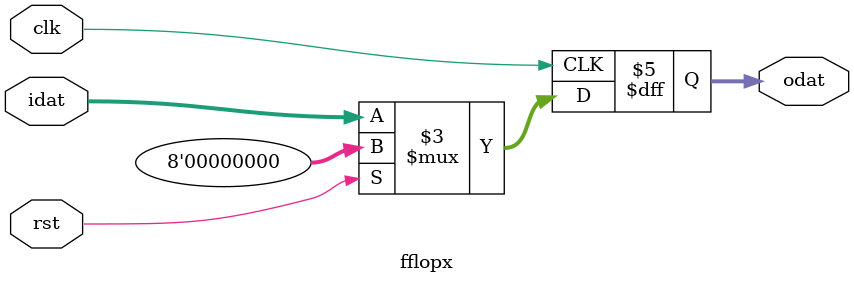
<source format=v>
module fflopx
    (
     clk,
     rst,
     idat,
     odat
     );

parameter WIDTH = 8;
parameter RESET_VALUE = {WIDTH{1'b0}};

input   clk, rst;

input  [WIDTH-1:0] idat;

output [WIDTH-1:0] odat;
reg    [WIDTH-1:0] odat;

always @ (posedge clk)
    begin
    if(rst) odat <= RESET_VALUE;
    else odat <= idat;
    end

endmodule

</source>
